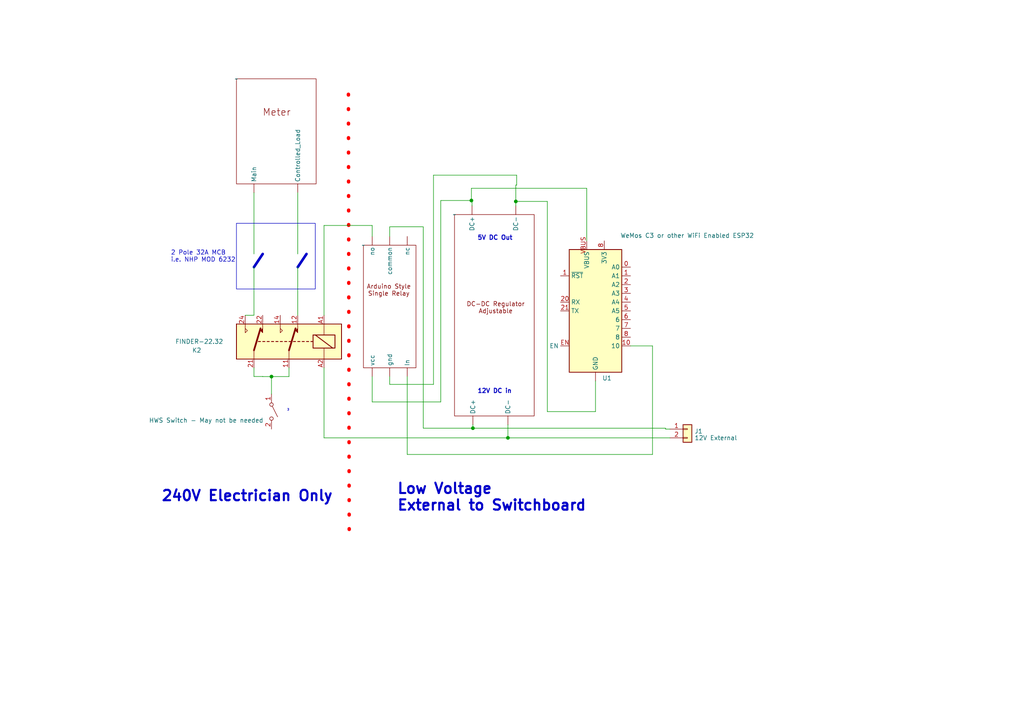
<source format=kicad_sch>
(kicad_sch (version 20230121) (generator eeschema)
  (paper "A4")
  (title_block (title "ESP32/8266 Hot Water Redirector"))
  (lib_symbols
    (symbol "Connector_Generic:Conn_01x02" (pin_names (offset 1.016) hide)
      (property "Reference" "J" (at 0 2.54 0))
      (property "Value" "Conn_01x02" (at 0 -5.08 0))
      (symbol "Conn_01x02_1_1"
        (rectangle (start -1.27 -2.413) (end 0 -2.667) (stroke (width 0.1524)))
        (rectangle (start -1.27 0.127) (end 0 -0.127) (stroke (width 0.1524)))
        (rectangle (start -1.27 1.27) (end 1.27 -3.81) (stroke (width 0.254)) (fill (type background)))
        (pin passive line (at -5.08 0 0) (length 3.81) (name "Pin_1") (number "1"))
        (pin passive line (at -5.08 -2.54 0) (length 3.81) (name "Pin_2") (number "2"))
      )
    )
    (symbol "DC-DC_Step_down_1"
      (property "Reference" "Reg1" (at 10.922 -18.288 0))
      (symbol "DC-DC_Step_down_1_0_1"
        (rectangle (start 0 0) (end 23.114 -58.42))
        (text "DC-DC Regulator\nAdjustable\n" (at 11.938 -26.924 0) (effects (font (size 1.27 1.27))))
      )
      (symbol "DC-DC_Step_down_1_1_1"
        (pin power_out line (at 5.08 2.54 270) (length 2.54) (name "DC+") (number ""))
        (pin power_in line (at 5.334 -60.96 90) (length 2.54) (name "DC+") (number ""))
        (pin power_in line (at 15.494 -60.96 90) (length 2.54) (name "DC-") (number ""))
        (pin power_out line (at 17.78 2.54 270) (length 2.54) (name "DC-") (number ""))
      )
    )
    (symbol "HWS 2:Meter"
      (property "Reference" "U" (at 0 0 0))
      (symbol "Meter_0_1"
        (rectangle (start 0 0) (end 23.114 -30.48))
        (text "Meter" (at 11.684 -9.652 0) (effects (font (size 2 2))))
      )
      (symbol "Meter_1_1"
        (pin output line (at 17.78 -33.02 90) (length 2.54) (name "Controlled_Load") (number ""))
        (pin output line (at 5.08 -33.02 90) (length 2.54) (name "Main") (number ""))
      )
    )
    (symbol "Relay:FINDER-30.22"
      (property "Reference" "K" (at 16.51 3.81 0))
      (property "Value" "FINDER-30.22" (at 16.51 1.27 0))
      (symbol "FINDER-30.22_0_0"
        (polyline (pts (xy -2.54 5.08) (xy -2.54 2.54) (xy -1.905 3.175) (xy -2.54 3.81)) (fill (type outline)))
        (polyline (pts (xy 2.54 5.08) (xy 2.54 2.54) (xy 1.905 3.175) (xy 2.54 3.81)))
        (polyline (pts (xy 7.62 5.08) (xy 7.62 2.54) (xy 8.255 3.175) (xy 7.62 3.81)) (fill (type outline)))
        (polyline (pts (xy 12.7 5.08) (xy 12.7 2.54) (xy 12.065 3.175) (xy 12.7 3.81)))
      )
      (symbol "FINDER-30.22_0_1"
        (rectangle (start -15.24 5.08) (end 15.24 -5.08) (stroke (width 0.254)) (fill (type background)))
        (rectangle (start -13.335 1.905) (end -6.985 -1.905) (stroke (width 0.254)))
        (polyline (pts (xy -12.7 -1.905) (xy -7.62 1.905)) (stroke (width 0.254)))
        (polyline (pts (xy -10.16 -5.08) (xy -10.16 -1.905)))
        (polyline (pts (xy -10.16 5.08) (xy -10.16 1.905)))
        (polyline (pts (xy -6.985 0) (xy -6.35 0)) (stroke (width 0.254)))
        (polyline (pts (xy -5.715 0) (xy -5.08 0)) (stroke (width 0.254)))
        (polyline (pts (xy -4.445 0) (xy -3.81 0)) (stroke (width 0.254)))
        (polyline (pts (xy -3.175 0) (xy -2.54 0)) (stroke (width 0.254)))
        (polyline (pts (xy -1.905 0) (xy -1.27 0)) (stroke (width 0.254)))
        (polyline (pts (xy -0.635 0) (xy 0 0)) (stroke (width 0.254)))
        (polyline (pts (xy 0 -2.54) (xy -1.905 3.81)) (stroke (width 0.508)))
        (polyline (pts (xy 0 -2.54) (xy 0 -5.08)))
        (polyline (pts (xy 0.635 0) (xy 1.27 0)) (stroke (width 0.254)))
        (polyline (pts (xy 1.905 0) (xy 2.54 0)) (stroke (width 0.254)))
        (polyline (pts (xy 3.175 0) (xy 3.81 0)) (stroke (width 0.254)))
        (polyline (pts (xy 4.445 0) (xy 5.08 0)) (stroke (width 0.254)))
        (polyline (pts (xy 5.715 0) (xy 6.35 0)) (stroke (width 0.254)))
        (polyline (pts (xy 6.985 0) (xy 7.62 0)) (stroke (width 0.254)))
        (polyline (pts (xy 8.255 0) (xy 8.89 0)) (stroke (width 0.254)))
        (polyline (pts (xy 10.16 -2.54) (xy 8.255 3.81)) (stroke (width 0.508)))
        (polyline (pts (xy 10.16 -2.54) (xy 10.16 -5.08)))
      )
      (symbol "FINDER-30.22_1_1"
        (pin passive line (at 0 -7.62 90) (length 2.54) (name "~") (number "11"))
        (pin passive line (at -2.54 7.62 270) (length 2.54) (name "~") (number "12"))
        (pin passive line (at 2.54 7.62 270) (length 2.54) (name "~") (number "14"))
        (pin passive line (at 10.16 -7.62 90) (length 2.54) (name "~") (number "21"))
        (pin passive line (at 7.62 7.62 270) (length 2.54) (name "~") (number "22"))
        (pin passive line (at 12.7 7.62 270) (length 2.54) (name "~") (number "24"))
        (pin passive line (at -10.16 7.62 270) (length 2.54) (name "~") (number "A1"))
        (pin passive line (at -10.16 -7.62 90) (length 2.54) (name "~") (number "A2"))
      )
    )
    (symbol "Switch:SW_SPST" (pin_names (offset 0) hide)
      (property "Reference" "SW" (at 0 3.175 0))
      (property "Value" "SW_SPST" (at 0 -2.54 0))
      (symbol "SW_SPST_0_0"
        (circle (center -2.032 0) (radius 0.508))
        (polyline (pts (xy -1.524 0.254) (xy 1.524 1.778)))
        (circle (center 2.032 0) (radius 0.508))
      )
      (symbol "SW_SPST_1_1"
        (pin passive line (at -5.08 0 0) (length 2.54) (name "A") (number "1"))
        (pin passive line (at 5.08 0 180) (length 2.54) (name "B") (number "2"))
      )
    )
    (symbol "Wemos:WeMos_C3"
      (property "Reference" "U" (at 3.81 19.05 0))
      (property "Value" "WeMos C3 V1" (at 1.27 -19.05 0))
      (symbol "WeMos_C3_1_1"
        (rectangle (start -7.62 17.78) (end 7.62 -17.78) (stroke (width 0.254)) (fill (type background)))
        (pin power_in line (at 0 -20.32 90) (length 2.54) (name "GND") (number ""))
        (pin input line (at 10.16 12.7 180) (length 2.54) (name "A0") (number "0"))
        (pin bidirectional line (at 10.16 10.16 180) (length 2.54) (name "A1") (number "1"))
        (pin input line (at -10.16 10.16 0) (length 2.54) (name "~{RST}") (number "1"))
        (pin bidirectional line (at 10.16 -10.16 180) (length 2.54) (name "10") (number "10"))
        (pin bidirectional line (at 10.16 7.62 180) (length 2.54) (name "A2") (number "2"))
        (pin input line (at -10.16 2.54 0) (length 2.54) (name "RX") (number "20"))
        (pin output line (at -10.16 0 0) (length 2.54) (name "TX") (number "21"))
        (pin bidirectional line (at 10.16 5.08 180) (length 2.54) (name "A3") (number "3"))
        (pin bidirectional line (at 10.16 2.54 180) (length 2.54) (name "A4") (number "4"))
        (pin bidirectional line (at 10.16 0 180) (length 2.54) (name "A5") (number "5"))
        (pin bidirectional line (at 10.16 -2.54 180) (length 2.54) (name "6") (number "6"))
        (pin bidirectional line (at 10.16 -5.08 180) (length 2.54) (name "7") (number "7"))
        (pin power_out line (at 2.54 20.32 270) (length 2.54) (name "3V3") (number "8"))
        (pin bidirectional line (at 10.16 -7.62 180) (length 2.54) (name "8") (number "8"))
        (pin input line (at -7.62 -10.16 180) (length 2.54) (name "EN") (number "EN"))
        (pin power_in line (at -2.54 20.32 270) (length 2.54) (name "VBUS") (number "VBUS"))
      )
    )
    (symbol "relay:ArduinoPower"
      (symbol "ArduinoPower_0_1"
        (rectangle (start 0 0) (end 15.24 -35.56))
        (text "Arduino Style\nSingle Relay" (at 7.366 -12.954 0) (effects (font (size 1.27 1.27))))
      )
      (symbol "ArduinoPower_1_1"
        (pin input line (at 12.7 -38.1 90) (length 2.54) (name "In") (number ""))
        (pin bidirectional line (at 7.62 2.54 270) (length 2.54) (name "common") (number ""))
        (pin input line (at 7.62 -38.1 90) (length 2.54) (name "gnd") (number ""))
        (pin bidirectional line (at 12.7 2.54 270) (length 2.54) (name "nc") (number ""))
        (pin bidirectional line (at 2.54 2.54 270) (length 2.54) (name "no") (number ""))
        (pin power_in line (at 2.54 -38.1 90) (length 2.54) (name "vcc") (number ""))
      )
    )
  )
  (junction (at 149.606 58.42))
  (junction (at 78.74 109.22))
  (junction (at 136.7307 58.1546))
  (junction (at 147.32 127))
  (junction (at 137.16 124.1946))
  (wire (pts (xy 147.32 123.19) (xy 147.32 127)))
  (wire (pts (xy 136.906 58.1546) (xy 136.7307 58.1546)))
  (wire (pts (xy 149.86 50.8) (xy 125.73 50.8)))
  (wire (pts (xy 78.74 109.22) (xy 78.74 114.3)))
  (wire (pts (xy 78.74 109.22) (xy 83.82 109.22)))
  (polyline (pts (xy 83.7273 118.9662) (xy 83.7273 118.4672)))
  (wire (pts (xy 149.606 58.42) (xy 149.606 59.69)))
  (wire (pts (xy 158.75 119.38) (xy 158.75 58.42)))
  (wire (pts (xy 193.04 124.1946) (xy 193.04 124.46)))
  (wire (pts (xy 76.2 109.1981) (xy 76.2 109.22)))
  (polyline (pts (xy 83.7273 118.4672) (xy 83.3946 118.4672)))
  (wire (pts (xy 122.7607 124.1946) (xy 137.16 124.1946)))
  (wire (pts (xy 107.95 116.5746) (xy 107.95 109.22)))
  (wire (pts (xy 122.7607 65.7746) (xy 122.7607 124.1946)))
  (wire (pts (xy 93.98 106.68) (xy 93.98 127)))
  (wire (pts (xy 73.66 91.44) (xy 71.12 91.44)))
  (wire (pts (xy 193.04 124.46) (xy 194.31 124.46)))
  (wire (pts (xy 127.8407 58.1546) (xy 127.8407 116.5746)))
  (wire (pts (xy 83.82 106.68) (xy 83.82 109.22)))
  (wire (pts (xy 189.2554 131.8146) (xy 189.2554 100.33)))
  (wire (pts (xy 137.16 124.1946) (xy 193.04 124.1946)))
  (wire (pts (xy 170.18 69.85) (xy 170.18 54.61)))
  (wire (pts (xy 149.606 58.42) (xy 149.606 53.6748)))
  (wire (pts (xy 189.2554 100.33) (xy 182.88 100.33)))
  (wire (pts (xy 125.73 111.4946) (xy 113.03 111.4946)))
  (polyline (pts (xy 101.0542 27.3533) (xy 101.2898 155.7078)) (stroke (width 1) (type dot) (color 255 0 0 1)))
  (polyline (pts (xy 83.3907 118.9662) (xy 83.7273 118.9662)))
  (polyline (pts (xy 73.66 77.47) (xy 76.2 73.66)) (stroke (width 0.75)))
  (wire (pts (xy 76.2 109.22) (xy 78.74 109.22)))
  (wire (pts (xy 122.7607 65.7746) (xy 113.03 65.7746)))
  (wire (pts (xy 118.11 131.8146) (xy 118.11 109.22)))
  (wire (pts (xy 194.31 127) (xy 147.32 127)))
  (wire (pts (xy 149.86 53.6748) (xy 149.86 50.8)))
  (wire (pts (xy 76.2 109.1981) (xy 73.66 109.1981)))
  (wire (pts (xy 125.73 50.8) (xy 125.73 111.4946)))
  (wire (pts (xy 107.95 65.3946) (xy 93.98 65.3946)))
  (wire (pts (xy 113.03 65.7746) (xy 113.03 68.58)))
  (wire (pts (xy 127.8407 58.1546) (xy 136.7307 58.1546)))
  (wire (pts (xy 118.11 131.8146) (xy 189.2554 131.8146)))
  (wire (pts (xy 172.72 110.49) (xy 172.72 119.38)))
  (wire (pts (xy 136.906 59.69) (xy 136.906 58.1546)))
  (wire (pts (xy 73.66 55.88) (xy 73.66 73.66)))
  (wire (pts (xy 170.18 54.61) (xy 136.7307 54.61)))
  (wire (pts (xy 113.03 111.4946) (xy 113.03 109.22)))
  (wire (pts (xy 136.7307 54.61) (xy 136.7307 58.1546)))
  (wire (pts (xy 149.606 53.6748) (xy 149.86 53.6748)))
  (wire (pts (xy 158.75 58.42) (xy 149.606 58.42)))
  (wire (pts (xy 107.95 68.58) (xy 107.95 65.3946)))
  (wire (pts (xy 73.66 109.1981) (xy 73.66 106.68)))
  (wire (pts (xy 86.36 77.47) (xy 86.36 91.44)))
  (wire (pts (xy 172.72 119.38) (xy 158.75 119.38)))
  (wire (pts (xy 137.16 124.1946) (xy 137.16 123.19)))
  (wire (pts (xy 93.98 127) (xy 147.32 127)))
  (wire (pts (xy 127.8407 116.5746) (xy 107.95 116.5746)))
  (wire (pts (xy 93.98 65.3946) (xy 93.98 91.44)))
  (polyline (pts (xy 86.36 77.47) (xy 88.9 73.66)) (stroke (width 0.75)))
  (wire (pts (xy 73.66 77.47) (xy 73.66 91.44)))
  (wire (pts (xy 86.36 55.88) (xy 86.36 73.66)))
  (rectangle (start 68.58 64.77) (end 91.44 83.82))
  (text "5V DC Out" (at 138.43 69.85 0) (effects (font (size 1.27 1.27) bold) (justify left bottom)))
  (text "Low Voltage\nExternal to Switchboard" (at 115.0124 148.4722 0) (effects (font (size 3 3) bold) (justify left bottom)))
  (text "2 Pole 32A MCB\ni.e. NHP MOD 6232" (at 49.53 76.2 0) (effects (font (size 1.27 1.27)) (justify left bottom)))
  (text "12V DC in" (at 138.43 114.3 0) (effects (font (size 1.27 1.27) bold) (justify left bottom)))
  (text "240V Electrician Only" (at 46.6491 145.7277 0) (effects (font (size 3 3) (thickness 0.6) bold) (justify left bottom)))
  (symbol (lib_id "Relay:FINDER-30.22") (at 83.82 99.06 0) (mirror y) (unit 1)
    (property "Reference" "K2" (at 58.42 101.6 0) (effects (justify left)))
    (property "Value" "FINDER-22.32" (at 64.77 99.06 0) (effects (justify left)))
    (property "Footprint" "Relay_THT:Relay_DPDT_Finder_30.22" (effects hide))
    (property "Datasheet" "http://gfinder.findernet.com/assets/Series/354/S30EN.pdf" (effects hide))
  )
  (symbol (lib_id "Switch:SW_SPST") (at 78.74 119.38 270) (unit 1)
    (property "Reference" "SW1" (effects hide))
    (property "Value" "HWS Switch - May not be needed" (at 43.18 121.92 90) (effects (justify left)))
  )
  (symbol (lib_name "DC-DC_Step_down_1") (lib_id "relay:DC-DC_Step_down") (at 131.826 62.23 0) (unit 1)
    (property "Reference" "Reg2" (effects hide))
    (property "Value" "~" (at 131.826 62.23 0))
  )
  (symbol (lib_id "HWS 2:Meter") (at 68.58 22.86 0) (unit 1)
    (property "Reference" "U2" (effects hide))
    (property "Value" "~" (at 68.58 22.86 0))
  )
  (symbol (lib_id "relay:ArduinoPower") (at 105.41 71.12 0) (unit 1)
    (property "Reference" "R1" (effects hide))
    (property "Value" "~" (at 105.41 71.12 0))
  )
  (symbol (lib_id "Wemos:WeMos_C3") (at 172.72 90.17 0) (unit 1)
    (property "Reference" "U1" (at 174.6759 109.6725 0) (effects (justify left)))
    (property "Value" "WeMos C3 or other WiFi Enabled ESP32" (at 179.9107 68.3146 0) (effects (justify left)))
    (property "Footprint" "Module:WEMOS_C3_mini_light" (effects hide))
    (property "Datasheet" "https://wiki.wemos.cc/products:d1:d1_mini#documentation" (effects hide))
  )
  (symbol (lib_id "Connector_Generic:Conn_01x02") (at 199.39 124.46 0) (unit 1)
    (property "Reference" "J1" (at 201.422 125.0863 0) (effects (justify left)))
    (property "Value" "12V External" (at 201.422 127.0073 0) (effects (justify left)))
  )
)
</source>
